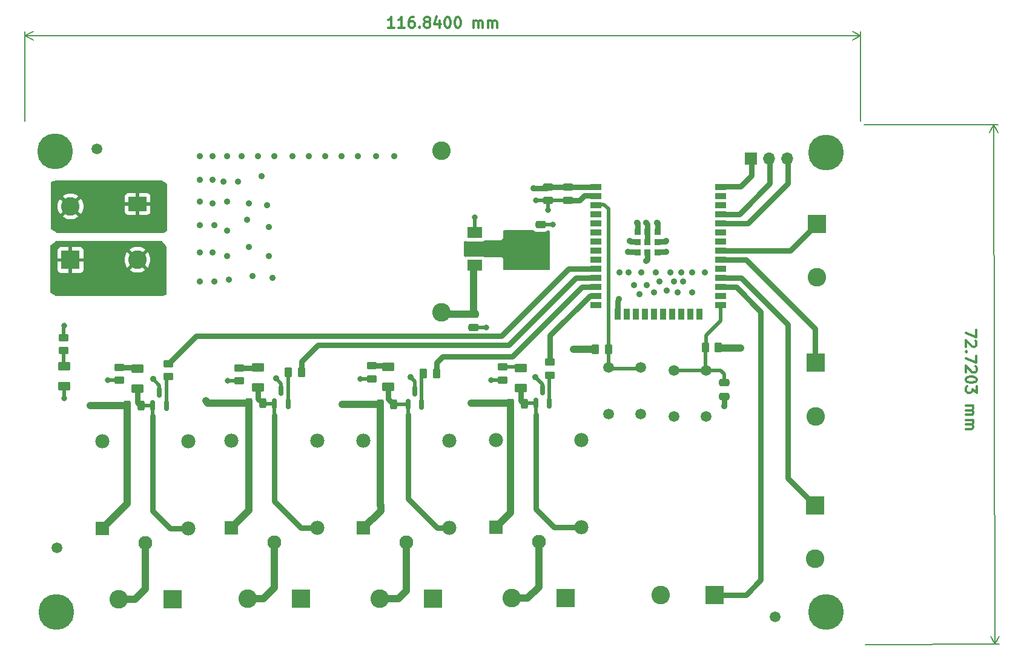
<source format=gbr>
%TF.GenerationSoftware,KiCad,Pcbnew,7.0.8*%
%TF.CreationDate,2024-09-18T17:33:38+05:30*%
%TF.ProjectId,Esp32_relay,45737033-325f-4726-956c-61792e6b6963,rev?*%
%TF.SameCoordinates,Original*%
%TF.FileFunction,Copper,L1,Top*%
%TF.FilePolarity,Positive*%
%FSLAX46Y46*%
G04 Gerber Fmt 4.6, Leading zero omitted, Abs format (unit mm)*
G04 Created by KiCad (PCBNEW 7.0.8) date 2024-09-18 17:33:38*
%MOMM*%
%LPD*%
G01*
G04 APERTURE LIST*
G04 Aperture macros list*
%AMRoundRect*
0 Rectangle with rounded corners*
0 $1 Rounding radius*
0 $2 $3 $4 $5 $6 $7 $8 $9 X,Y pos of 4 corners*
0 Add a 4 corners polygon primitive as box body*
4,1,4,$2,$3,$4,$5,$6,$7,$8,$9,$2,$3,0*
0 Add four circle primitives for the rounded corners*
1,1,$1+$1,$2,$3*
1,1,$1+$1,$4,$5*
1,1,$1+$1,$6,$7*
1,1,$1+$1,$8,$9*
0 Add four rect primitives between the rounded corners*
20,1,$1+$1,$2,$3,$4,$5,0*
20,1,$1+$1,$4,$5,$6,$7,0*
20,1,$1+$1,$6,$7,$8,$9,0*
20,1,$1+$1,$8,$9,$2,$3,0*%
G04 Aperture macros list end*
%ADD10C,0.300000*%
%TA.AperFunction,NonConductor*%
%ADD11C,0.300000*%
%TD*%
%TA.AperFunction,NonConductor*%
%ADD12C,0.200000*%
%TD*%
%TA.AperFunction,SMDPad,CuDef*%
%ADD13RoundRect,0.243750X-0.243750X-0.456250X0.243750X-0.456250X0.243750X0.456250X-0.243750X0.456250X0*%
%TD*%
%TA.AperFunction,SMDPad,CuDef*%
%ADD14RoundRect,0.250000X0.450000X-0.262500X0.450000X0.262500X-0.450000X0.262500X-0.450000X-0.262500X0*%
%TD*%
%TA.AperFunction,SMDPad,CuDef*%
%ADD15RoundRect,0.250000X0.475000X-0.250000X0.475000X0.250000X-0.475000X0.250000X-0.475000X-0.250000X0*%
%TD*%
%TA.AperFunction,SMDPad,CuDef*%
%ADD16C,1.500000*%
%TD*%
%TA.AperFunction,SMDPad,CuDef*%
%ADD17RoundRect,0.250000X-0.475000X0.250000X-0.475000X-0.250000X0.475000X-0.250000X0.475000X0.250000X0*%
%TD*%
%TA.AperFunction,SMDPad,CuDef*%
%ADD18RoundRect,0.150000X0.150000X-0.587500X0.150000X0.587500X-0.150000X0.587500X-0.150000X-0.587500X0*%
%TD*%
%TA.AperFunction,SMDPad,CuDef*%
%ADD19RoundRect,0.250000X-0.450000X0.262500X-0.450000X-0.262500X0.450000X-0.262500X0.450000X0.262500X0*%
%TD*%
%TA.AperFunction,ComponentPad*%
%ADD20R,2.600000X2.000000*%
%TD*%
%TA.AperFunction,ComponentPad*%
%ADD21C,2.600000*%
%TD*%
%TA.AperFunction,ComponentPad*%
%ADD22C,1.500000*%
%TD*%
%TA.AperFunction,SMDPad,CuDef*%
%ADD23RoundRect,0.250000X-0.625000X0.375000X-0.625000X-0.375000X0.625000X-0.375000X0.625000X0.375000X0*%
%TD*%
%TA.AperFunction,ComponentPad*%
%ADD24C,5.000000*%
%TD*%
%TA.AperFunction,ComponentPad*%
%ADD25R,1.980000X1.980000*%
%TD*%
%TA.AperFunction,ComponentPad*%
%ADD26C,1.980000*%
%TD*%
%TA.AperFunction,ComponentPad*%
%ADD27C,1.935000*%
%TD*%
%TA.AperFunction,ComponentPad*%
%ADD28R,2.600000X2.600000*%
%TD*%
%TA.AperFunction,SMDPad,CuDef*%
%ADD29R,1.500000X0.900000*%
%TD*%
%TA.AperFunction,SMDPad,CuDef*%
%ADD30R,0.900000X1.500000*%
%TD*%
%TA.AperFunction,SMDPad,CuDef*%
%ADD31R,0.900000X0.900000*%
%TD*%
%TA.AperFunction,SMDPad,CuDef*%
%ADD32RoundRect,0.250000X0.262500X0.450000X-0.262500X0.450000X-0.262500X-0.450000X0.262500X-0.450000X0*%
%TD*%
%TA.AperFunction,SMDPad,CuDef*%
%ADD33RoundRect,0.250000X-0.262500X-0.450000X0.262500X-0.450000X0.262500X0.450000X-0.262500X0.450000X0*%
%TD*%
%TA.AperFunction,ComponentPad*%
%ADD34R,1.700000X1.700000*%
%TD*%
%TA.AperFunction,ComponentPad*%
%ADD35O,1.700000X1.700000*%
%TD*%
%TA.AperFunction,SMDPad,CuDef*%
%ADD36R,2.000000X1.500000*%
%TD*%
%TA.AperFunction,SMDPad,CuDef*%
%ADD37R,2.000000X3.800000*%
%TD*%
%TA.AperFunction,SMDPad,CuDef*%
%ADD38RoundRect,0.250000X0.625000X-0.375000X0.625000X0.375000X-0.625000X0.375000X-0.625000X-0.375000X0*%
%TD*%
%TA.AperFunction,ViaPad*%
%ADD39C,0.900000*%
%TD*%
%TA.AperFunction,ViaPad*%
%ADD40C,0.800000*%
%TD*%
%TA.AperFunction,Conductor*%
%ADD41C,0.800000*%
%TD*%
%TA.AperFunction,Conductor*%
%ADD42C,0.500000*%
%TD*%
%TA.AperFunction,Conductor*%
%ADD43C,1.000000*%
%TD*%
G04 APERTURE END LIST*
D10*
D11*
X200275645Y-74659577D02*
X200277391Y-75659575D01*
X200277391Y-75659575D02*
X198776271Y-75019339D01*
X200135407Y-76159824D02*
X200206961Y-76231127D01*
X200206961Y-76231127D02*
X200278639Y-76373860D01*
X200278639Y-76373860D02*
X200279262Y-76731002D01*
X200279262Y-76731002D02*
X200208083Y-76873984D01*
X200208083Y-76873984D02*
X200136780Y-76945537D01*
X200136780Y-76945537D02*
X199994047Y-77017215D01*
X199994047Y-77017215D02*
X199851191Y-77017464D01*
X199851191Y-77017464D02*
X199636780Y-76946410D01*
X199636780Y-76946410D02*
X198778142Y-76090765D01*
X198778142Y-76090765D02*
X198779764Y-77019335D01*
X198923743Y-77661942D02*
X198852440Y-77733495D01*
X198852440Y-77733495D02*
X198780886Y-77662191D01*
X198780886Y-77662191D02*
X198852190Y-77590638D01*
X198852190Y-77590638D02*
X198923743Y-77661942D01*
X198923743Y-77661942D02*
X198780886Y-77662191D01*
X200281882Y-78230999D02*
X200283628Y-79230998D01*
X200283628Y-79230998D02*
X198782508Y-78590761D01*
X200141645Y-79731246D02*
X200213198Y-79802550D01*
X200213198Y-79802550D02*
X200284876Y-79945282D01*
X200284876Y-79945282D02*
X200285500Y-80302424D01*
X200285500Y-80302424D02*
X200214321Y-80445406D01*
X200214321Y-80445406D02*
X200143017Y-80516959D01*
X200143017Y-80516959D02*
X200000285Y-80588637D01*
X200000285Y-80588637D02*
X199857428Y-80588887D01*
X199857428Y-80588887D02*
X199643018Y-80517833D01*
X199643018Y-80517833D02*
X198784379Y-79662188D01*
X198784379Y-79662188D02*
X198786001Y-80590758D01*
X200287620Y-81516708D02*
X200287870Y-81659565D01*
X200287870Y-81659565D02*
X200216691Y-81802546D01*
X200216691Y-81802546D02*
X200145387Y-81874100D01*
X200145387Y-81874100D02*
X200002655Y-81945778D01*
X200002655Y-81945778D02*
X199717066Y-82017705D01*
X199717066Y-82017705D02*
X199359923Y-82018329D01*
X199359923Y-82018329D02*
X199074085Y-81947399D01*
X199074085Y-81947399D02*
X198931103Y-81876220D01*
X198931103Y-81876220D02*
X198859550Y-81804917D01*
X198859550Y-81804917D02*
X198787872Y-81662184D01*
X198787872Y-81662184D02*
X198787622Y-81519328D01*
X198787622Y-81519328D02*
X198858801Y-81376346D01*
X198858801Y-81376346D02*
X198930105Y-81304793D01*
X198930105Y-81304793D02*
X199072837Y-81233115D01*
X199072837Y-81233115D02*
X199358426Y-81161187D01*
X199358426Y-81161187D02*
X199715569Y-81160564D01*
X199715569Y-81160564D02*
X200001407Y-81231493D01*
X200001407Y-81231493D02*
X200144389Y-81302672D01*
X200144389Y-81302672D02*
X200215942Y-81373976D01*
X200215942Y-81373976D02*
X200287620Y-81516708D01*
X200289367Y-82516706D02*
X200290988Y-83445276D01*
X200290988Y-83445276D02*
X199718687Y-82946275D01*
X199718687Y-82946275D02*
X199719062Y-83160560D01*
X199719062Y-83160560D02*
X199647883Y-83303542D01*
X199647883Y-83303542D02*
X199576579Y-83375095D01*
X199576579Y-83375095D02*
X199433847Y-83446773D01*
X199433847Y-83446773D02*
X199076704Y-83447397D01*
X199076704Y-83447397D02*
X198933723Y-83376218D01*
X198933723Y-83376218D02*
X198862170Y-83304914D01*
X198862170Y-83304914D02*
X198790492Y-83162182D01*
X198790492Y-83162182D02*
X198789743Y-82733611D01*
X198789743Y-82733611D02*
X198860922Y-82590629D01*
X198860922Y-82590629D02*
X198932226Y-82519076D01*
X198794109Y-85233607D02*
X199794108Y-85231860D01*
X199651251Y-85232110D02*
X199722804Y-85303413D01*
X199722804Y-85303413D02*
X199794482Y-85446146D01*
X199794482Y-85446146D02*
X199794856Y-85660431D01*
X199794856Y-85660431D02*
X199723677Y-85803413D01*
X199723677Y-85803413D02*
X199580945Y-85875091D01*
X199580945Y-85875091D02*
X198795232Y-85876463D01*
X199580945Y-85875091D02*
X199723927Y-85946270D01*
X199723927Y-85946270D02*
X199795605Y-86089002D01*
X199795605Y-86089002D02*
X199795979Y-86303287D01*
X199795979Y-86303287D02*
X199724800Y-86446269D01*
X199724800Y-86446269D02*
X199582068Y-86517947D01*
X199582068Y-86517947D02*
X198796355Y-86519319D01*
X198797602Y-87233604D02*
X199797600Y-87231857D01*
X199654744Y-87232107D02*
X199726297Y-87303410D01*
X199726297Y-87303410D02*
X199797975Y-87446142D01*
X199797975Y-87446142D02*
X199798349Y-87660428D01*
X199798349Y-87660428D02*
X199727170Y-87803410D01*
X199727170Y-87803410D02*
X199584438Y-87875087D01*
X199584438Y-87875087D02*
X198798725Y-87876460D01*
X199584438Y-87875087D02*
X199727419Y-87946266D01*
X199727419Y-87946266D02*
X199799097Y-88088999D01*
X199799097Y-88088999D02*
X199799472Y-88303284D01*
X199799472Y-88303284D02*
X199728293Y-88446266D01*
X199728293Y-88446266D02*
X199585560Y-88517944D01*
X199585560Y-88517944D02*
X198799847Y-88519316D01*
D12*
X184609399Y-45922327D02*
X203299663Y-45889686D01*
X184736399Y-118642527D02*
X203426663Y-118609886D01*
X202713245Y-45890710D02*
X202840245Y-118610910D01*
X202713245Y-45890710D02*
X202840245Y-118610910D01*
X202713245Y-45890710D02*
X203301632Y-47016188D01*
X202713245Y-45890710D02*
X202128793Y-47018236D01*
X202840245Y-118610910D02*
X202251858Y-117485432D01*
X202840245Y-118610910D02*
X203424697Y-117483384D01*
D10*
D11*
X118903687Y-32380928D02*
X118046544Y-32380928D01*
X118475115Y-32380928D02*
X118475115Y-30880928D01*
X118475115Y-30880928D02*
X118332258Y-31095214D01*
X118332258Y-31095214D02*
X118189401Y-31238071D01*
X118189401Y-31238071D02*
X118046544Y-31309500D01*
X120332258Y-32380928D02*
X119475115Y-32380928D01*
X119903686Y-32380928D02*
X119903686Y-30880928D01*
X119903686Y-30880928D02*
X119760829Y-31095214D01*
X119760829Y-31095214D02*
X119617972Y-31238071D01*
X119617972Y-31238071D02*
X119475115Y-31309500D01*
X121617972Y-30880928D02*
X121332257Y-30880928D01*
X121332257Y-30880928D02*
X121189400Y-30952357D01*
X121189400Y-30952357D02*
X121117972Y-31023785D01*
X121117972Y-31023785D02*
X120975114Y-31238071D01*
X120975114Y-31238071D02*
X120903686Y-31523785D01*
X120903686Y-31523785D02*
X120903686Y-32095214D01*
X120903686Y-32095214D02*
X120975114Y-32238071D01*
X120975114Y-32238071D02*
X121046543Y-32309500D01*
X121046543Y-32309500D02*
X121189400Y-32380928D01*
X121189400Y-32380928D02*
X121475114Y-32380928D01*
X121475114Y-32380928D02*
X121617972Y-32309500D01*
X121617972Y-32309500D02*
X121689400Y-32238071D01*
X121689400Y-32238071D02*
X121760829Y-32095214D01*
X121760829Y-32095214D02*
X121760829Y-31738071D01*
X121760829Y-31738071D02*
X121689400Y-31595214D01*
X121689400Y-31595214D02*
X121617972Y-31523785D01*
X121617972Y-31523785D02*
X121475114Y-31452357D01*
X121475114Y-31452357D02*
X121189400Y-31452357D01*
X121189400Y-31452357D02*
X121046543Y-31523785D01*
X121046543Y-31523785D02*
X120975114Y-31595214D01*
X120975114Y-31595214D02*
X120903686Y-31738071D01*
X122403685Y-32238071D02*
X122475114Y-32309500D01*
X122475114Y-32309500D02*
X122403685Y-32380928D01*
X122403685Y-32380928D02*
X122332257Y-32309500D01*
X122332257Y-32309500D02*
X122403685Y-32238071D01*
X122403685Y-32238071D02*
X122403685Y-32380928D01*
X123332257Y-31523785D02*
X123189400Y-31452357D01*
X123189400Y-31452357D02*
X123117971Y-31380928D01*
X123117971Y-31380928D02*
X123046543Y-31238071D01*
X123046543Y-31238071D02*
X123046543Y-31166642D01*
X123046543Y-31166642D02*
X123117971Y-31023785D01*
X123117971Y-31023785D02*
X123189400Y-30952357D01*
X123189400Y-30952357D02*
X123332257Y-30880928D01*
X123332257Y-30880928D02*
X123617971Y-30880928D01*
X123617971Y-30880928D02*
X123760829Y-30952357D01*
X123760829Y-30952357D02*
X123832257Y-31023785D01*
X123832257Y-31023785D02*
X123903686Y-31166642D01*
X123903686Y-31166642D02*
X123903686Y-31238071D01*
X123903686Y-31238071D02*
X123832257Y-31380928D01*
X123832257Y-31380928D02*
X123760829Y-31452357D01*
X123760829Y-31452357D02*
X123617971Y-31523785D01*
X123617971Y-31523785D02*
X123332257Y-31523785D01*
X123332257Y-31523785D02*
X123189400Y-31595214D01*
X123189400Y-31595214D02*
X123117971Y-31666642D01*
X123117971Y-31666642D02*
X123046543Y-31809500D01*
X123046543Y-31809500D02*
X123046543Y-32095214D01*
X123046543Y-32095214D02*
X123117971Y-32238071D01*
X123117971Y-32238071D02*
X123189400Y-32309500D01*
X123189400Y-32309500D02*
X123332257Y-32380928D01*
X123332257Y-32380928D02*
X123617971Y-32380928D01*
X123617971Y-32380928D02*
X123760829Y-32309500D01*
X123760829Y-32309500D02*
X123832257Y-32238071D01*
X123832257Y-32238071D02*
X123903686Y-32095214D01*
X123903686Y-32095214D02*
X123903686Y-31809500D01*
X123903686Y-31809500D02*
X123832257Y-31666642D01*
X123832257Y-31666642D02*
X123760829Y-31595214D01*
X123760829Y-31595214D02*
X123617971Y-31523785D01*
X125189400Y-31380928D02*
X125189400Y-32380928D01*
X124832257Y-30809500D02*
X124475114Y-31880928D01*
X124475114Y-31880928D02*
X125403685Y-31880928D01*
X126260828Y-30880928D02*
X126403685Y-30880928D01*
X126403685Y-30880928D02*
X126546542Y-30952357D01*
X126546542Y-30952357D02*
X126617971Y-31023785D01*
X126617971Y-31023785D02*
X126689399Y-31166642D01*
X126689399Y-31166642D02*
X126760828Y-31452357D01*
X126760828Y-31452357D02*
X126760828Y-31809500D01*
X126760828Y-31809500D02*
X126689399Y-32095214D01*
X126689399Y-32095214D02*
X126617971Y-32238071D01*
X126617971Y-32238071D02*
X126546542Y-32309500D01*
X126546542Y-32309500D02*
X126403685Y-32380928D01*
X126403685Y-32380928D02*
X126260828Y-32380928D01*
X126260828Y-32380928D02*
X126117971Y-32309500D01*
X126117971Y-32309500D02*
X126046542Y-32238071D01*
X126046542Y-32238071D02*
X125975113Y-32095214D01*
X125975113Y-32095214D02*
X125903685Y-31809500D01*
X125903685Y-31809500D02*
X125903685Y-31452357D01*
X125903685Y-31452357D02*
X125975113Y-31166642D01*
X125975113Y-31166642D02*
X126046542Y-31023785D01*
X126046542Y-31023785D02*
X126117971Y-30952357D01*
X126117971Y-30952357D02*
X126260828Y-30880928D01*
X127689399Y-30880928D02*
X127832256Y-30880928D01*
X127832256Y-30880928D02*
X127975113Y-30952357D01*
X127975113Y-30952357D02*
X128046542Y-31023785D01*
X128046542Y-31023785D02*
X128117970Y-31166642D01*
X128117970Y-31166642D02*
X128189399Y-31452357D01*
X128189399Y-31452357D02*
X128189399Y-31809500D01*
X128189399Y-31809500D02*
X128117970Y-32095214D01*
X128117970Y-32095214D02*
X128046542Y-32238071D01*
X128046542Y-32238071D02*
X127975113Y-32309500D01*
X127975113Y-32309500D02*
X127832256Y-32380928D01*
X127832256Y-32380928D02*
X127689399Y-32380928D01*
X127689399Y-32380928D02*
X127546542Y-32309500D01*
X127546542Y-32309500D02*
X127475113Y-32238071D01*
X127475113Y-32238071D02*
X127403684Y-32095214D01*
X127403684Y-32095214D02*
X127332256Y-31809500D01*
X127332256Y-31809500D02*
X127332256Y-31452357D01*
X127332256Y-31452357D02*
X127403684Y-31166642D01*
X127403684Y-31166642D02*
X127475113Y-31023785D01*
X127475113Y-31023785D02*
X127546542Y-30952357D01*
X127546542Y-30952357D02*
X127689399Y-30880928D01*
X129975112Y-32380928D02*
X129975112Y-31380928D01*
X129975112Y-31523785D02*
X130046541Y-31452357D01*
X130046541Y-31452357D02*
X130189398Y-31380928D01*
X130189398Y-31380928D02*
X130403684Y-31380928D01*
X130403684Y-31380928D02*
X130546541Y-31452357D01*
X130546541Y-31452357D02*
X130617970Y-31595214D01*
X130617970Y-31595214D02*
X130617970Y-32380928D01*
X130617970Y-31595214D02*
X130689398Y-31452357D01*
X130689398Y-31452357D02*
X130832255Y-31380928D01*
X130832255Y-31380928D02*
X131046541Y-31380928D01*
X131046541Y-31380928D02*
X131189398Y-31452357D01*
X131189398Y-31452357D02*
X131260827Y-31595214D01*
X131260827Y-31595214D02*
X131260827Y-32380928D01*
X131975112Y-32380928D02*
X131975112Y-31380928D01*
X131975112Y-31523785D02*
X132046541Y-31452357D01*
X132046541Y-31452357D02*
X132189398Y-31380928D01*
X132189398Y-31380928D02*
X132403684Y-31380928D01*
X132403684Y-31380928D02*
X132546541Y-31452357D01*
X132546541Y-31452357D02*
X132617970Y-31595214D01*
X132617970Y-31595214D02*
X132617970Y-32380928D01*
X132617970Y-31595214D02*
X132689398Y-31452357D01*
X132689398Y-31452357D02*
X132832255Y-31380928D01*
X132832255Y-31380928D02*
X133046541Y-31380928D01*
X133046541Y-31380928D02*
X133189398Y-31452357D01*
X133189398Y-31452357D02*
X133260827Y-31595214D01*
X133260827Y-31595214D02*
X133260827Y-32380928D01*
D12*
X67269400Y-45423200D02*
X67269400Y-32916180D01*
X184109400Y-45423200D02*
X184109400Y-32916180D01*
X67269400Y-33502600D02*
X184109400Y-33502600D01*
X67269400Y-33502600D02*
X184109400Y-33502600D01*
X67269400Y-33502600D02*
X68395904Y-32916179D01*
X67269400Y-33502600D02*
X68395904Y-34089021D01*
X184109400Y-33502600D02*
X182982896Y-34089021D01*
X184109400Y-33502600D02*
X182982896Y-32916179D01*
D13*
%TO.P,D8,1,K*%
%TO.N,+5V*%
X135165900Y-84937200D03*
%TO.P,D8,2,A*%
%TO.N,/Relay_4_T*%
X137040900Y-84937200D03*
%TD*%
D14*
%TO.P,R3,1*%
%TO.N,+3.3V*%
X115767200Y-81475900D03*
%TO.P,R3,2*%
%TO.N,/Led_3*%
X115767200Y-79650900D03*
%TD*%
D15*
%TO.P,C1,1*%
%TO.N,GND*%
X165023400Y-83905200D03*
%TO.P,C1,2*%
%TO.N,/RESET*%
X165023400Y-82005200D03*
%TD*%
D16*
%TO.P,FID3,*%
%TO.N,*%
X172120600Y-114731800D03*
%TD*%
D15*
%TO.P,C5,1*%
%TO.N,+3.3V*%
X139329200Y-61808400D03*
%TO.P,C5,2*%
%TO.N,GND*%
X139329200Y-59908400D03*
%TD*%
D17*
%TO.P,C3,1*%
%TO.N,+5V*%
X129956600Y-72430600D03*
%TO.P,C3,2*%
%TO.N,GND*%
X129956600Y-74330600D03*
%TD*%
D18*
%TO.P,Q3,1*%
%TO.N,/Relay_3_T*%
X120802400Y-85062300D03*
%TO.P,Q3,2*%
%TO.N,/Relay_3_R*%
X122702400Y-85062300D03*
%TO.P,Q3,3*%
%TO.N,GND*%
X121752400Y-83187300D03*
%TD*%
D15*
%TO.P,C2,1*%
%TO.N,+3.3V*%
X140421400Y-56525200D03*
%TO.P,C2,2*%
%TO.N,GND*%
X140421400Y-54625200D03*
%TD*%
D19*
%TO.P,R8,1*%
%TO.N,/Relay_4*%
X140650000Y-79150200D03*
%TO.P,R8,2*%
%TO.N,/Relay_4_R*%
X140650000Y-80975200D03*
%TD*%
D20*
%TO.P,PS1,1,AC/L*%
%TO.N,/P_AC*%
X82986900Y-57009200D03*
D21*
%TO.P,PS1,2,AC/N*%
%TO.N,/N_AC*%
X82986900Y-64809200D03*
%TO.P,PS1,3,-Vout*%
%TO.N,GND*%
X125486900Y-49609200D03*
%TO.P,PS1,4,+Vout*%
%TO.N,+5V*%
X125486900Y-72209200D03*
%TD*%
D22*
%TO.P,S1,1,1*%
%TO.N,/RESET*%
X162483400Y-80265200D03*
%TO.P,S1,2,2*%
%TO.N,GND*%
X162483400Y-86765200D03*
%TO.P,S1,3,3*%
%TO.N,/RESET*%
X157983400Y-80265200D03*
%TO.P,S1,4,4*%
%TO.N,GND*%
X157983400Y-86765200D03*
%TD*%
D18*
%TO.P,Q4,1*%
%TO.N,/Relay_4_T*%
X138658600Y-84909900D03*
%TO.P,Q4,2*%
%TO.N,/Relay_4_R*%
X140558600Y-84909900D03*
%TO.P,Q4,3*%
%TO.N,GND*%
X139608600Y-83034900D03*
%TD*%
D23*
%TO.P,D2,1,K*%
%TO.N,/Relay_2_T*%
X99857600Y-79905400D03*
%TO.P,D2,2,A*%
%TO.N,/Led_2*%
X99857600Y-82705400D03*
%TD*%
D15*
%TO.P,C4,1*%
%TO.N,+3.3V*%
X143215400Y-56525200D03*
%TO.P,C4,2*%
%TO.N,GND*%
X143215400Y-54625200D03*
%TD*%
D19*
%TO.P,R11,1*%
%TO.N,+3.3V*%
X72679600Y-75693900D03*
%TO.P,R11,2*%
%TO.N,Net-(D9-A)*%
X72679600Y-77518900D03*
%TD*%
D24*
%TO.P,H2,1,1*%
%TO.N,GND*%
X71612800Y-114071400D03*
%TD*%
D25*
%TO.P,K4,A1*%
%TO.N,+5V*%
X133075200Y-102267000D03*
D26*
%TO.P,K4,A2*%
%TO.N,/Relay_4_T*%
X145075200Y-102267000D03*
D27*
%TO.P,K4,COM*%
%TO.N,/COM_4*%
X139075200Y-104267000D03*
D26*
%TO.P,K4,NC*%
%TO.N,unconnected-(K4-PadNC)*%
X133075200Y-90067000D03*
%TO.P,K4,NO*%
%TO.N,/NO_4*%
X145075200Y-90067000D03*
%TD*%
D25*
%TO.P,K3,A1*%
%TO.N,+5V*%
X114578400Y-102344600D03*
D26*
%TO.P,K3,A2*%
%TO.N,/Relay_3_T*%
X126578400Y-102344600D03*
D27*
%TO.P,K3,COM*%
%TO.N,/COM_3*%
X120578400Y-104344600D03*
D26*
%TO.P,K3,NC*%
%TO.N,unconnected-(K3-PadNC)*%
X114578400Y-90144600D03*
%TO.P,K3,NO*%
%TO.N,/NO_3*%
X126578400Y-90144600D03*
%TD*%
D28*
%TO.P,J8,1,Pin_1*%
%TO.N,/Switch_1*%
X163662400Y-111709200D03*
D21*
%TO.P,J8,2,Pin_2*%
%TO.N,GND*%
X156162400Y-111709200D03*
%TD*%
D29*
%TO.P,IC1,1,GND_1*%
%TO.N,GND*%
X147051400Y-54633200D03*
%TO.P,IC1,2,3V3*%
%TO.N,+3.3V*%
X147051400Y-55903200D03*
%TO.P,IC1,3,EN*%
%TO.N,/EN*%
X147051400Y-57173200D03*
%TO.P,IC1,4,SENSOR_VP*%
%TO.N,unconnected-(IC1-SENSOR_VP-Pad4)*%
X147051400Y-58443200D03*
%TO.P,IC1,5,SENSOR_VN*%
%TO.N,unconnected-(IC1-SENSOR_VN-Pad5)*%
X147051400Y-59713200D03*
%TO.P,IC1,6,IO34*%
%TO.N,unconnected-(IC1-IO34-Pad6)*%
X147051400Y-60983200D03*
%TO.P,IC1,7,IO35*%
%TO.N,unconnected-(IC1-IO35-Pad7)*%
X147051400Y-62253200D03*
%TO.P,IC1,8,IO32*%
%TO.N,unconnected-(IC1-IO32-Pad8)*%
X147051400Y-63523200D03*
%TO.P,IC1,9,IO33*%
%TO.N,unconnected-(IC1-IO33-Pad9)*%
X147051400Y-64793200D03*
%TO.P,IC1,10,IO25*%
%TO.N,/Relay_1*%
X147051400Y-66063200D03*
%TO.P,IC1,11,IO26*%
%TO.N,/Relay_2*%
X147051400Y-67333200D03*
%TO.P,IC1,12,IO27*%
%TO.N,/Relay_3*%
X147051400Y-68603200D03*
%TO.P,IC1,13,IO14*%
%TO.N,/Relay_4*%
X147051400Y-69873200D03*
%TO.P,IC1,14,IO12*%
%TO.N,unconnected-(IC1-IO12-Pad14)*%
X147051400Y-71143200D03*
D30*
%TO.P,IC1,15,GND_2*%
%TO.N,GND*%
X150086400Y-72393200D03*
%TO.P,IC1,16,IO13*%
%TO.N,unconnected-(IC1-IO13-Pad16)*%
X151356400Y-72393200D03*
%TO.P,IC1,17,NC_1*%
%TO.N,unconnected-(IC1-NC_1-Pad17)*%
X152626400Y-72393200D03*
%TO.P,IC1,18,NC_2*%
%TO.N,unconnected-(IC1-NC_2-Pad18)*%
X153896400Y-72393200D03*
%TO.P,IC1,19,NC_3*%
%TO.N,unconnected-(IC1-NC_3-Pad19)*%
X155166400Y-72393200D03*
%TO.P,IC1,20,NC_4*%
%TO.N,unconnected-(IC1-NC_4-Pad20)*%
X156436400Y-72393200D03*
%TO.P,IC1,21,NC_5*%
%TO.N,unconnected-(IC1-NC_5-Pad21)*%
X157706400Y-72393200D03*
%TO.P,IC1,22,NC_6*%
%TO.N,unconnected-(IC1-NC_6-Pad22)*%
X158976400Y-72393200D03*
%TO.P,IC1,23,IO15*%
%TO.N,unconnected-(IC1-IO15-Pad23)*%
X160246400Y-72393200D03*
%TO.P,IC1,24,IO2*%
%TO.N,unconnected-(IC1-IO2-Pad24)*%
X161516400Y-72393200D03*
D29*
%TO.P,IC1,25,IO0*%
%TO.N,/RESET*%
X164551400Y-71143200D03*
%TO.P,IC1,26,IO4*%
%TO.N,unconnected-(IC1-IO4-Pad26)*%
X164551400Y-69873200D03*
%TO.P,IC1,27,IO16*%
%TO.N,/Switch_1*%
X164551400Y-68603200D03*
%TO.P,IC1,28,IO17*%
%TO.N,/Switch_2*%
X164551400Y-67333200D03*
%TO.P,IC1,29,IO5*%
%TO.N,unconnected-(IC1-IO5-Pad29)*%
X164551400Y-66063200D03*
%TO.P,IC1,30,IO18*%
%TO.N,/Switch_3*%
X164551400Y-64793200D03*
%TO.P,IC1,31,IO19*%
%TO.N,/Switch_4*%
X164551400Y-63523200D03*
%TO.P,IC1,32,NC_7*%
%TO.N,unconnected-(IC1-NC_7-Pad32)*%
X164551400Y-62253200D03*
%TO.P,IC1,33,IO21*%
%TO.N,unconnected-(IC1-IO21-Pad33)*%
X164551400Y-60983200D03*
%TO.P,IC1,34,RXD0*%
%TO.N,/Rx*%
X164551400Y-59713200D03*
%TO.P,IC1,35,TXD0*%
%TO.N,/Tx*%
X164551400Y-58443200D03*
%TO.P,IC1,36,IO22*%
%TO.N,unconnected-(IC1-IO22-Pad36)*%
X164551400Y-57173200D03*
%TO.P,IC1,37,IO23*%
%TO.N,unconnected-(IC1-IO23-Pad37)*%
X164551400Y-55903200D03*
%TO.P,IC1,38,GND_3*%
%TO.N,GND*%
X164551400Y-54633200D03*
D31*
%TO.P,IC1,39,GND_4*%
X152901400Y-60953200D03*
%TO.P,IC1,40,GND_5*%
X152901400Y-62353200D03*
%TO.P,IC1,41,GND_6*%
X152901400Y-63753200D03*
%TO.P,IC1,42,GND_7*%
X154301400Y-63753200D03*
%TO.P,IC1,43,GND_8*%
X155701400Y-63753200D03*
%TO.P,IC1,44,GND_9*%
X155701400Y-62353200D03*
%TO.P,IC1,45,GND_10*%
X155701400Y-60953200D03*
%TO.P,IC1,46,GND_11*%
X154301400Y-60953200D03*
%TO.P,IC1,47,GND_12*%
X154301400Y-62353200D03*
%TD*%
D28*
%TO.P,J9,1,Pin_1*%
%TO.N,/Switch_2*%
X177759400Y-99161600D03*
D21*
%TO.P,J9,2,Pin_2*%
%TO.N,GND*%
X177759400Y-106661600D03*
%TD*%
D14*
%TO.P,R2,1*%
%TO.N,+3.3V*%
X97216000Y-81760700D03*
%TO.P,R2,2*%
%TO.N,/Led_2*%
X97216000Y-79935700D03*
%TD*%
D18*
%TO.P,Q2,1*%
%TO.N,/Relay_2_T*%
X102133400Y-84935300D03*
%TO.P,Q2,2*%
%TO.N,/Relay_2_R*%
X104033400Y-84935300D03*
%TO.P,Q2,3*%
%TO.N,GND*%
X103083400Y-83060300D03*
%TD*%
D32*
%TO.P,R9,1*%
%TO.N,+3.3V*%
X164206900Y-77055000D03*
%TO.P,R9,2*%
%TO.N,/RESET*%
X162381900Y-77055000D03*
%TD*%
D25*
%TO.P,K2,A1*%
%TO.N,+5V*%
X96118200Y-102317800D03*
D26*
%TO.P,K2,A2*%
%TO.N,/Relay_2_T*%
X108118200Y-102317800D03*
D27*
%TO.P,K2,COM*%
%TO.N,/COM_2*%
X102118200Y-104317800D03*
D26*
%TO.P,K2,NC*%
%TO.N,unconnected-(K2-PadNC)*%
X96118200Y-90117800D03*
%TO.P,K2,NO*%
%TO.N,/NO_2*%
X108118200Y-90117800D03*
%TD*%
D24*
%TO.P,H4,1,1*%
%TO.N,GND*%
X179232600Y-114071400D03*
%TD*%
D16*
%TO.P,FID1,*%
%TO.N,*%
X77302400Y-49352200D03*
%TD*%
D24*
%TO.P,H1,1,1*%
%TO.N,GND*%
X71435000Y-49631600D03*
%TD*%
D28*
%TO.P,J2,1,Pin_1*%
%TO.N,/NO_1*%
X87854000Y-112306600D03*
D21*
%TO.P,J2,2,Pin_2*%
%TO.N,/COM_1*%
X80354000Y-112306600D03*
%TD*%
D18*
%TO.P,Q1,1*%
%TO.N,/Relay_1_T*%
X85111000Y-85187000D03*
%TO.P,Q1,2*%
%TO.N,/Relay_1_R*%
X87011000Y-85187000D03*
%TO.P,Q1,3*%
%TO.N,GND*%
X86061000Y-83312000D03*
%TD*%
D13*
%TO.P,D5,1,K*%
%TO.N,+5V*%
X81571900Y-85226200D03*
%TO.P,D5,2,A*%
%TO.N,/Relay_1_T*%
X83446900Y-85226200D03*
%TD*%
D14*
%TO.P,R1,1*%
%TO.N,+3.3V*%
X80477400Y-81670200D03*
%TO.P,R1,2*%
%TO.N,/Led_1*%
X80477400Y-79845200D03*
%TD*%
D13*
%TO.P,D7,1,K*%
%TO.N,+5V*%
X116912500Y-85005400D03*
%TO.P,D7,2,A*%
%TO.N,/Relay_3_T*%
X118787500Y-85005400D03*
%TD*%
D28*
%TO.P,J1,1,Pin_1*%
%TO.N,/N_AC*%
X73619400Y-64853200D03*
D21*
%TO.P,J1,2,Pin_2*%
%TO.N,/P_AC*%
X73619400Y-57353200D03*
%TD*%
D23*
%TO.P,D3,1,K*%
%TO.N,/Relay_3_T*%
X118053200Y-79795400D03*
%TO.P,D3,2,A*%
%TO.N,/Led_3*%
X118053200Y-82595400D03*
%TD*%
D28*
%TO.P,J3,1,Pin_1*%
%TO.N,/NO_2*%
X105868200Y-112219800D03*
D21*
%TO.P,J3,2,Pin_2*%
%TO.N,/COM_2*%
X98368200Y-112219800D03*
%TD*%
D28*
%TO.P,J7,1,Pin_1*%
%TO.N,/Switch_3*%
X177810200Y-79222600D03*
D21*
%TO.P,J7,2,Pin_2*%
%TO.N,GND*%
X177810200Y-86722600D03*
%TD*%
D23*
%TO.P,D1,1,K*%
%TO.N,/Led_1*%
X83017400Y-80016200D03*
%TO.P,D1,2,A*%
%TO.N,/Relay_1_T*%
X83017400Y-82816200D03*
%TD*%
D13*
%TO.P,D6,1,K*%
%TO.N,+5V*%
X98589900Y-84861400D03*
%TO.P,D6,2,A*%
%TO.N,/Relay_2_T*%
X100464900Y-84861400D03*
%TD*%
D24*
%TO.P,H3,1,1*%
%TO.N,GND*%
X179283400Y-49834800D03*
%TD*%
D32*
%TO.P,R7,1*%
%TO.N,/Relay_3*%
X124807700Y-80687400D03*
%TO.P,R7,2*%
%TO.N,/Relay_3_R*%
X122982700Y-80687400D03*
%TD*%
D28*
%TO.P,J5,1,Pin_1*%
%TO.N,/NO_4*%
X142825200Y-112169000D03*
D21*
%TO.P,J5,2,Pin_2*%
%TO.N,/COM_4*%
X135325200Y-112169000D03*
%TD*%
D14*
%TO.P,R5,1*%
%TO.N,/Relay_1_R*%
X87335400Y-81162200D03*
%TO.P,R5,2*%
%TO.N,/Relay_1*%
X87335400Y-79337200D03*
%TD*%
D33*
%TO.P,R10,1*%
%TO.N,+3.3V*%
X147002400Y-77361000D03*
%TO.P,R10,2*%
%TO.N,/EN*%
X148827400Y-77361000D03*
%TD*%
D34*
%TO.P,J6,1,Pin_1*%
%TO.N,GND*%
X168717000Y-50647600D03*
D35*
%TO.P,J6,2,Pin_2*%
%TO.N,/Tx*%
X171257000Y-50647600D03*
%TO.P,J6,3,Pin_3*%
%TO.N,/Rx*%
X173797000Y-50647600D03*
%TD*%
D28*
%TO.P,J10,1,Pin_1*%
%TO.N,/Switch_4*%
X177962600Y-59800800D03*
D21*
%TO.P,J10,2,Pin_2*%
%TO.N,GND*%
X177962600Y-67300800D03*
%TD*%
D36*
%TO.P,U1,1,GND*%
%TO.N,GND*%
X130159400Y-60996800D03*
%TO.P,U1,2,VO*%
%TO.N,+3.3V*%
X130159400Y-63296800D03*
D37*
X136459400Y-63296800D03*
D36*
%TO.P,U1,3,VI*%
%TO.N,+5V*%
X130159400Y-65596800D03*
%TD*%
D38*
%TO.P,D9,1,K*%
%TO.N,GND*%
X72705000Y-82532500D03*
%TO.P,D9,2,A*%
%TO.N,Net-(D9-A)*%
X72705000Y-79732500D03*
%TD*%
D23*
%TO.P,D4,1,K*%
%TO.N,/Relay_4_T*%
X136611400Y-79981200D03*
%TO.P,D4,2,A*%
%TO.N,/Led_4*%
X136611400Y-82781200D03*
%TD*%
D32*
%TO.P,R6,1*%
%TO.N,/Relay_2*%
X105926300Y-80518000D03*
%TO.P,R6,2*%
%TO.N,/Relay_2_R*%
X104101300Y-80518000D03*
%TD*%
D25*
%TO.P,K1,A1*%
%TO.N,+5V*%
X78104000Y-102400600D03*
D26*
%TO.P,K1,A2*%
%TO.N,/Relay_1_T*%
X90104000Y-102400600D03*
D27*
%TO.P,K1,COM*%
%TO.N,/COM_1*%
X84104000Y-104400600D03*
D26*
%TO.P,K1,NC*%
%TO.N,unconnected-(K1-PadNC)*%
X78104000Y-90200600D03*
%TO.P,K1,NO*%
%TO.N,/NO_1*%
X90104000Y-90200600D03*
%TD*%
D16*
%TO.P,FID2,*%
%TO.N,*%
X71714400Y-105079800D03*
%TD*%
D28*
%TO.P,J4,1,Pin_1*%
%TO.N,/NO_3*%
X124328400Y-112246600D03*
D21*
%TO.P,J4,2,Pin_2*%
%TO.N,/COM_3*%
X116828400Y-112246600D03*
%TD*%
D22*
%TO.P,S2,1,1*%
%TO.N,/EN*%
X153354200Y-79910800D03*
%TO.P,S2,2,2*%
%TO.N,GND*%
X153354200Y-86410800D03*
%TO.P,S2,3,3*%
%TO.N,/EN*%
X148854200Y-79910800D03*
%TO.P,S2,4,4*%
%TO.N,GND*%
X148854200Y-86410800D03*
%TD*%
D14*
%TO.P,R4,1*%
%TO.N,+3.3V*%
X134071400Y-81661700D03*
%TO.P,R4,2*%
%TO.N,/Led_4*%
X134071400Y-79836700D03*
%TD*%
D39*
%TO.N,GND*%
X104648000Y-50292000D03*
X101854000Y-67310000D03*
X106934000Y-50292000D03*
X85151000Y-81508600D03*
X94996000Y-53848000D03*
X153162000Y-69596000D03*
X151638000Y-66548000D03*
X93472000Y-56896000D03*
X155194000Y-69342000D03*
X109220000Y-50292000D03*
X98552000Y-62992000D03*
X138389400Y-54813200D03*
X102108000Y-50292000D03*
X150368000Y-66548000D03*
X95758000Y-67564000D03*
X91694000Y-59944000D03*
X93472000Y-50292000D03*
X151851400Y-62179200D03*
X151597400Y-63703200D03*
X95504000Y-60706000D03*
X101346000Y-64262000D03*
D40*
X72730400Y-84226400D03*
D39*
X93472000Y-63754000D03*
X101092000Y-57150000D03*
X154137400Y-64973200D03*
X138567200Y-81203800D03*
X121142800Y-81229200D03*
X118872000Y-50292000D03*
X153416000Y-66548000D03*
D40*
X130159800Y-58877200D03*
D39*
X113792000Y-50292000D03*
X111506000Y-50292000D03*
X156931400Y-63703200D03*
X155448000Y-66548000D03*
X95504000Y-56642000D03*
X93726000Y-67818000D03*
X154178000Y-68326000D03*
X162306000Y-66548000D03*
X91694000Y-67818000D03*
X159004000Y-66548000D03*
X101346000Y-60198000D03*
X97536000Y-50292000D03*
D40*
X141081800Y-59893200D03*
D39*
X159258000Y-67818000D03*
X160528000Y-66548000D03*
X91694000Y-53594000D03*
X157988000Y-67818000D03*
X102346800Y-81432400D03*
X91694000Y-56642000D03*
X116332000Y-50292000D03*
X97028000Y-53848000D03*
D40*
X131785400Y-74320400D03*
D39*
X156972000Y-69088000D03*
X152867400Y-59639200D03*
X93726000Y-59944000D03*
X155661400Y-59639200D03*
X150327400Y-70307200D03*
X93472000Y-53594000D03*
X157480000Y-66548000D03*
X156931400Y-62179200D03*
X100330000Y-53086000D03*
X158496000Y-69342000D03*
X95504000Y-50292000D03*
X95504000Y-64262000D03*
X165059400Y-85293200D03*
X91694000Y-50292000D03*
X99822000Y-50292000D03*
X155956000Y-67818000D03*
X99060000Y-67056000D03*
X152400000Y-68326000D03*
X91694000Y-63754000D03*
X154137400Y-59639200D03*
X160528000Y-69342000D03*
X98298000Y-59182000D03*
X98552000Y-56896000D03*
D40*
%TO.N,+3.3V*%
X132395000Y-81661000D03*
X138668800Y-56489600D03*
X139176800Y-65684400D03*
X72730400Y-74015600D03*
D39*
X143919200Y-77361000D03*
D40*
X140370600Y-57861200D03*
X114107000Y-81483200D03*
X138440200Y-63246000D03*
D39*
X167345400Y-77165200D03*
D40*
X139710200Y-63296800D03*
X78826400Y-81635600D03*
X138516400Y-64592200D03*
X139786400Y-64541400D03*
X95590400Y-81762600D03*
D39*
%TO.N,+5V*%
X76413400Y-85217000D03*
X111567000Y-85013800D03*
X129651800Y-84836000D03*
X92542400Y-84556600D03*
%TD*%
D41*
%TO.N,GND*%
X150086400Y-72319200D02*
X150086400Y-70548200D01*
D42*
X139329200Y-59908400D02*
X141066600Y-59908400D01*
D41*
X151951400Y-62279200D02*
X151851400Y-62179200D01*
X154301400Y-60879200D02*
X154301400Y-59803200D01*
X154301400Y-64809200D02*
X154137400Y-64973200D01*
X155701400Y-62279200D02*
X156831400Y-62279200D01*
X154301400Y-63679200D02*
X154301400Y-64809200D01*
X140233400Y-54813200D02*
X140421400Y-54625200D01*
X155701400Y-63679200D02*
X156907400Y-63679200D01*
X152901400Y-62279200D02*
X151951400Y-62279200D01*
X152901400Y-59673200D02*
X152867400Y-59639200D01*
X152901400Y-60879200D02*
X152901400Y-59673200D01*
X154301400Y-59803200D02*
X154137400Y-59639200D01*
D42*
X139608600Y-82245200D02*
X138567200Y-81203800D01*
X131775200Y-74330600D02*
X131785400Y-74320400D01*
D41*
X143215400Y-54625200D02*
X146985400Y-54625200D01*
D42*
X72705000Y-82532500D02*
X72705000Y-84201000D01*
D41*
X164551400Y-54559200D02*
X167345400Y-54559200D01*
D42*
X121752400Y-81838800D02*
X121142800Y-81229200D01*
D41*
X138389400Y-54813200D02*
X140233400Y-54813200D01*
X155701400Y-60879200D02*
X155701400Y-59679200D01*
D42*
X72705000Y-84201000D02*
X72730400Y-84226400D01*
X130159400Y-58877600D02*
X130159800Y-58877200D01*
D41*
X168869400Y-53035200D02*
X168869400Y-50800000D01*
D42*
X130159400Y-60996800D02*
X130159400Y-58877600D01*
D41*
X151621400Y-63679200D02*
X151597400Y-63703200D01*
X150086400Y-70548200D02*
X150327400Y-70307200D01*
X155701400Y-59679200D02*
X155661400Y-59639200D01*
X152901400Y-63679200D02*
X151621400Y-63679200D01*
X165023400Y-83905200D02*
X165023400Y-85257200D01*
D42*
X86061000Y-83312000D02*
X86061000Y-82418600D01*
D41*
X168869400Y-50800000D02*
X168717000Y-50647600D01*
D42*
X103083400Y-83060300D02*
X103083400Y-82169000D01*
D41*
X167345400Y-54559200D02*
X168869400Y-53035200D01*
X156907400Y-63679200D02*
X156931400Y-63703200D01*
X154301400Y-62279200D02*
X154301400Y-60879200D01*
X146985400Y-54625200D02*
X147051400Y-54559200D01*
X156831400Y-62279200D02*
X156931400Y-62179200D01*
D42*
X103083400Y-82169000D02*
X102346800Y-81432400D01*
D41*
X140421400Y-54625200D02*
X143215400Y-54625200D01*
X165023400Y-85257200D02*
X165059400Y-85293200D01*
D42*
X86061000Y-82418600D02*
X85151000Y-81508600D01*
X129956600Y-74330600D02*
X131775200Y-74330600D01*
X139608600Y-83034900D02*
X139608600Y-82245200D01*
X121752400Y-83187300D02*
X121752400Y-81838800D01*
X141066600Y-59908400D02*
X141081800Y-59893200D01*
%TO.N,/RESET*%
X157983400Y-80265200D02*
X162483400Y-80265200D01*
X164551400Y-71069200D02*
X164551400Y-73355200D01*
X164551400Y-73355200D02*
X162519400Y-75387200D01*
X162519400Y-76917500D02*
X162381900Y-77055000D01*
X162381900Y-77055000D02*
X162381900Y-80163700D01*
X164472600Y-80265200D02*
X165023400Y-80816000D01*
X162381900Y-80163700D02*
X162483400Y-80265200D01*
X162519400Y-75387200D02*
X162519400Y-76917500D01*
X165023400Y-80816000D02*
X165023400Y-82005200D01*
X162483400Y-80265200D02*
X164472600Y-80265200D01*
%TO.N,+3.3V*%
X134071400Y-81661700D02*
X132395700Y-81661700D01*
X140421400Y-57810400D02*
X140370600Y-57861200D01*
X114114300Y-81475900D02*
X114107000Y-81483200D01*
D43*
X164317100Y-77165200D02*
X164206900Y-77055000D01*
D42*
X138704400Y-56525200D02*
X138668800Y-56489600D01*
X140421400Y-56525200D02*
X138704400Y-56525200D01*
D41*
X144805400Y-56525200D02*
X143215400Y-56525200D01*
D42*
X95592300Y-81760700D02*
X95590400Y-81762600D01*
X140421400Y-56525200D02*
X143215400Y-56525200D01*
X72679600Y-75693900D02*
X72679600Y-74066400D01*
X80477400Y-81670200D02*
X78861000Y-81670200D01*
X140421400Y-56525200D02*
X140421400Y-57810400D01*
X132395700Y-81661700D02*
X132395000Y-81661000D01*
D43*
X143919200Y-77361000D02*
X147002400Y-77361000D01*
D41*
X147051400Y-55829200D02*
X145501400Y-55829200D01*
D42*
X97216000Y-81760700D02*
X95592300Y-81760700D01*
D41*
X145501400Y-55829200D02*
X144805400Y-56525200D01*
D42*
X72679600Y-74066400D02*
X72730400Y-74015600D01*
X78861000Y-81670200D02*
X78826400Y-81635600D01*
X115767200Y-81475900D02*
X114114300Y-81475900D01*
D43*
X167345400Y-77165200D02*
X164317100Y-77165200D01*
%TO.N,+5V*%
X129956600Y-66155200D02*
X130540400Y-65571400D01*
X98564500Y-84836000D02*
X98589900Y-84861400D01*
X116951800Y-99150100D02*
X116988700Y-99187000D01*
X116988700Y-99187000D02*
X116988700Y-99934300D01*
X135140900Y-84912200D02*
X135165900Y-84937200D01*
X135165900Y-100176300D02*
X133075200Y-102267000D01*
X76413400Y-85217000D02*
X81562700Y-85217000D01*
X92542400Y-84556600D02*
X92821800Y-84836000D01*
X135165900Y-99820700D02*
X135165900Y-100176300D01*
X125486900Y-72463200D02*
X125486900Y-72209200D01*
X98536800Y-84914500D02*
X98536800Y-99899200D01*
X98589900Y-84861400D02*
X98536800Y-84914500D01*
X116988700Y-99934300D02*
X114578400Y-102344600D01*
X116951800Y-85044700D02*
X116951800Y-99150100D01*
X116904100Y-85013800D02*
X116912500Y-85005400D01*
X125708300Y-72430600D02*
X129956600Y-72430600D01*
X135165900Y-84937200D02*
X135165900Y-99820700D01*
X98536800Y-99899200D02*
X96118200Y-102317800D01*
X111567000Y-85013800D02*
X116904100Y-85013800D01*
X81571900Y-85226200D02*
X81571900Y-98791500D01*
X81562700Y-85217000D02*
X81571900Y-85226200D01*
X129956600Y-72430600D02*
X129956600Y-66155200D01*
X129728000Y-84912200D02*
X135140900Y-84912200D01*
X125486900Y-72209200D02*
X125708300Y-72430600D01*
X116912500Y-85005400D02*
X116951800Y-85044700D01*
X81571900Y-98932700D02*
X78104000Y-102400600D01*
X92821800Y-84836000D02*
X98564500Y-84836000D01*
X129651800Y-84836000D02*
X129728000Y-84912200D01*
D42*
%TO.N,/Relay_1_T*%
X83486100Y-85187000D02*
X83446900Y-85226200D01*
X85111000Y-86614000D02*
X85111000Y-85187000D01*
X85111000Y-85187000D02*
X83486100Y-85187000D01*
D41*
X83017400Y-84796700D02*
X83446900Y-85226200D01*
X85111000Y-86614000D02*
X85111000Y-99947600D01*
X83017400Y-82816200D02*
X83017400Y-84796700D01*
X85111000Y-99947600D02*
X87564000Y-102400600D01*
X87564000Y-102400600D02*
X90104000Y-102400600D01*
D42*
%TO.N,/Relay_2_T*%
X100538800Y-84935300D02*
X100464900Y-84861400D01*
D41*
X105832200Y-102317800D02*
X108118200Y-102317800D01*
D42*
X102133400Y-84935300D02*
X100538800Y-84935300D01*
D41*
X99857600Y-82705400D02*
X99857600Y-84254100D01*
X99857600Y-84254100D02*
X100464900Y-84861400D01*
X102143600Y-86578400D02*
X102143600Y-98629200D01*
D42*
X102133400Y-86680000D02*
X102133400Y-85079800D01*
D41*
X102143600Y-98629200D02*
X105832200Y-102317800D01*
D42*
X102133400Y-86680000D02*
X102133400Y-84935300D01*
D41*
%TO.N,/Relay_3_T*%
X124928400Y-102344600D02*
X126578400Y-102344600D01*
X118053200Y-82595400D02*
X118053200Y-84271100D01*
X120802400Y-86497200D02*
X120838000Y-86532800D01*
X118053200Y-84271100D02*
X118787500Y-85005400D01*
X120838000Y-98254200D02*
X124928400Y-102344600D01*
D42*
X118844400Y-85062300D02*
X118787500Y-85005400D01*
X120802400Y-85062300D02*
X118844400Y-85062300D01*
D41*
X120838000Y-86532800D02*
X120838000Y-98254200D01*
D42*
X120802400Y-85062300D02*
X120802400Y-86497200D01*
D41*
%TO.N,/Relay_4_T*%
X141265200Y-102267000D02*
X145075200Y-102267000D01*
X136611400Y-84507700D02*
X137040900Y-84937200D01*
D42*
X138658600Y-84909900D02*
X137068200Y-84909900D01*
X137068200Y-84909900D02*
X137040900Y-84937200D01*
D41*
X138658600Y-86461600D02*
X138658600Y-99660400D01*
X138658600Y-99660400D02*
X141265200Y-102267000D01*
D42*
X138658600Y-86461600D02*
X138658600Y-84909900D01*
D41*
X136611400Y-82781200D02*
X136611400Y-84507700D01*
D42*
%TO.N,/EN*%
X148193800Y-57099200D02*
X148827400Y-57732800D01*
X148780400Y-77314000D02*
X148827400Y-77361000D01*
X148752600Y-80063200D02*
X153252600Y-80063200D01*
X148827400Y-77361000D02*
X148827400Y-79988400D01*
X147051400Y-57099200D02*
X148193800Y-57099200D01*
X148827400Y-79988400D02*
X148752600Y-80063200D01*
X148827400Y-57732800D02*
X148827400Y-77361000D01*
D41*
%TO.N,/Relay_3*%
X145148000Y-68603200D02*
X135417600Y-78333600D01*
X135417600Y-78333600D02*
X125664000Y-78333600D01*
X125664000Y-78333600D02*
X124807700Y-79189900D01*
X147051400Y-68603200D02*
X145148000Y-68603200D01*
X124807700Y-79189900D02*
X124807700Y-80687400D01*
%TO.N,/Relay_4*%
X140650000Y-75425360D02*
X140650000Y-79150200D01*
X146202160Y-69873200D02*
X140650000Y-75425360D01*
X147051400Y-69873200D02*
X146202160Y-69873200D01*
%TO.N,/Relay_1*%
X91192000Y-75480600D02*
X87335400Y-79337200D01*
X143282659Y-66063200D02*
X133865259Y-75480600D01*
X147051400Y-66063200D02*
X143282659Y-66063200D01*
X133865259Y-75480600D02*
X91192000Y-75480600D01*
%TO.N,/Relay_2*%
X147051400Y-67333200D02*
X144288890Y-67333200D01*
X108214200Y-76733400D02*
X105926300Y-79021300D01*
X105926300Y-79021300D02*
X105926300Y-80518000D01*
X144288890Y-67333200D02*
X134888690Y-76733400D01*
X134888690Y-76733400D02*
X108214200Y-76733400D01*
%TO.N,/Switch_1*%
X168040400Y-111709200D02*
X163662400Y-111709200D01*
X170139400Y-72059800D02*
X170139400Y-109610200D01*
X166682800Y-68603200D02*
X170139400Y-72059800D01*
X164551400Y-68603200D02*
X166682800Y-68603200D01*
X170139400Y-109610200D02*
X168040400Y-111709200D01*
%TO.N,/Switch_2*%
X173949400Y-73863200D02*
X173949400Y-95351600D01*
X173949400Y-95351600D02*
X177759400Y-99161600D01*
X164551400Y-67333200D02*
X167419400Y-67333200D01*
X167419400Y-67333200D02*
X173949400Y-73863200D01*
%TO.N,/Switch_3*%
X177759400Y-79171800D02*
X177810200Y-79222600D01*
X177759400Y-74498200D02*
X177759400Y-79171800D01*
X164551400Y-64793200D02*
X168054400Y-64793200D01*
X168054400Y-64793200D02*
X177759400Y-74498200D01*
%TO.N,/Switch_4*%
X174240200Y-63523200D02*
X177962600Y-59800800D01*
X164551400Y-63523200D02*
X174240200Y-63523200D01*
%TO.N,/Rx*%
X173949400Y-54178200D02*
X173949400Y-50800000D01*
X164551400Y-59713200D02*
X164551400Y-59766200D01*
X164551400Y-59766200D02*
X168361400Y-59766200D01*
X173949400Y-50800000D02*
X173797000Y-50647600D01*
X168361400Y-59766200D02*
X173949400Y-54178200D01*
%TO.N,/Tx*%
X167144400Y-58443200D02*
X164551400Y-58443200D01*
X171409400Y-54178200D02*
X167144400Y-58443200D01*
X171409400Y-50800000D02*
X171409400Y-54178200D01*
X171257000Y-50647600D02*
X171409400Y-50800000D01*
%TO.N,/Relay_1_R*%
X87437000Y-81263800D02*
X87335400Y-81162200D01*
D42*
X87011000Y-85187000D02*
X87011000Y-81486600D01*
X87011000Y-81486600D02*
X87335400Y-81162200D01*
%TO.N,/Relay_2_R*%
X104101300Y-80518000D02*
X104101300Y-84867400D01*
X104101300Y-84867400D02*
X104033400Y-84935300D01*
%TO.N,/Relay_3_R*%
X122702400Y-80967700D02*
X122982700Y-80687400D01*
X122702400Y-85062300D02*
X122702400Y-80967700D01*
%TO.N,/Relay_4_R*%
X140558600Y-81066600D02*
X140650000Y-80975200D01*
D41*
X140650000Y-80975200D02*
X140675400Y-81000600D01*
D42*
X140558600Y-84909900D02*
X140558600Y-81066600D01*
D41*
%TO.N,/Led_1*%
X82846400Y-79845200D02*
X83017400Y-80016200D01*
X80477400Y-79845200D02*
X82846400Y-79845200D01*
%TO.N,/Led_2*%
X97216000Y-79935700D02*
X99827300Y-79935700D01*
%TO.N,/Led_3*%
X115767200Y-79650900D02*
X117908700Y-79650900D01*
X117908700Y-79650900D02*
X118053200Y-79795400D01*
D42*
%TO.N,/Led_4*%
X136466900Y-79836700D02*
X136611400Y-79981200D01*
X134071400Y-79836700D02*
X136466900Y-79836700D01*
D43*
%TO.N,/COM_1*%
X82643000Y-112306600D02*
X80354000Y-112306600D01*
X84104000Y-104400600D02*
X84104000Y-110845600D01*
X84104000Y-110845600D02*
X82643000Y-112306600D01*
%TO.N,/COM_2*%
X102118200Y-104317800D02*
X102118200Y-110667800D01*
X100566200Y-112219800D02*
X98368200Y-112219800D01*
X102118200Y-110667800D02*
X100566200Y-112219800D01*
%TO.N,/COM_3*%
X120578400Y-111150600D02*
X120578400Y-104344600D01*
X116828400Y-112246600D02*
X119482400Y-112246600D01*
X119482400Y-112246600D02*
X120578400Y-111150600D01*
%TO.N,/COM_4*%
X137523200Y-112169000D02*
X135325200Y-112169000D01*
X139075200Y-104267000D02*
X139075200Y-110617000D01*
X139075200Y-110617000D02*
X137523200Y-112169000D01*
D42*
%TO.N,Net-(D9-A)*%
X72679600Y-77518900D02*
X72679600Y-79707100D01*
X72679600Y-79707100D02*
X72705000Y-79732500D01*
%TD*%
%TA.AperFunction,Conductor*%
%TO.N,+3.3V*%
G36*
X138330709Y-60700285D02*
G01*
X138351351Y-60716919D01*
X138385544Y-60751112D01*
X138534866Y-60843214D01*
X138701403Y-60898399D01*
X138804191Y-60908900D01*
X139854208Y-60908899D01*
X139854216Y-60908898D01*
X139854219Y-60908898D01*
X139910502Y-60903148D01*
X139956997Y-60898399D01*
X140123534Y-60843214D01*
X140272856Y-60751112D01*
X140307049Y-60716919D01*
X140368372Y-60683434D01*
X140394730Y-60680600D01*
X140439522Y-60680600D01*
X140506561Y-60700285D01*
X140534780Y-60725216D01*
X140595859Y-60798511D01*
X140623655Y-60862613D01*
X140624600Y-60877893D01*
X140624600Y-66122192D01*
X140604915Y-66189231D01*
X140564400Y-66228520D01*
X140527051Y-66250928D01*
X140463255Y-66268600D01*
X134275162Y-66268600D01*
X134208123Y-66248915D01*
X134187481Y-66232281D01*
X134133119Y-66177919D01*
X134099634Y-66116596D01*
X134096800Y-66090238D01*
X134096800Y-64643000D01*
X133842800Y-64439800D01*
X131492156Y-64439800D01*
X131425117Y-64420115D01*
X131417845Y-64415067D01*
X131401731Y-64403004D01*
X131401729Y-64403003D01*
X131401728Y-64403002D01*
X131266882Y-64352708D01*
X131266883Y-64352708D01*
X131207283Y-64346301D01*
X131207281Y-64346300D01*
X131207273Y-64346300D01*
X131207264Y-64346300D01*
X129111529Y-64346300D01*
X129111523Y-64346301D01*
X129051916Y-64352708D01*
X128917071Y-64403002D01*
X128917069Y-64403004D01*
X128900955Y-64415067D01*
X128835491Y-64439484D01*
X128826644Y-64439800D01*
X128814036Y-64439800D01*
X128746997Y-64420115D01*
X128703127Y-64371254D01*
X128598091Y-64161182D01*
X128585000Y-64105728D01*
X128585000Y-62371170D01*
X128604685Y-62304131D01*
X128638418Y-62269218D01*
X128670079Y-62247299D01*
X128764340Y-62182041D01*
X128830662Y-62160067D01*
X128898337Y-62177438D01*
X128909220Y-62184720D01*
X128917069Y-62190596D01*
X128917072Y-62190597D01*
X129051917Y-62240891D01*
X129051916Y-62240891D01*
X129058844Y-62241635D01*
X129111527Y-62247300D01*
X131207272Y-62247299D01*
X131266883Y-62240891D01*
X131401731Y-62190596D01*
X131485704Y-62127733D01*
X131551168Y-62103316D01*
X131560015Y-62103000D01*
X133842798Y-62103000D01*
X133842800Y-62103000D01*
X134096800Y-61798200D01*
X134096800Y-60865678D01*
X134116485Y-60798639D01*
X134141413Y-60770422D01*
X134214713Y-60709339D01*
X134278814Y-60681545D01*
X134294094Y-60680600D01*
X138263670Y-60680600D01*
X138330709Y-60700285D01*
G37*
%TD.AperFunction*%
%TD*%
%TA.AperFunction,Conductor*%
%TO.N,/P_AC*%
G36*
X86399695Y-53715285D02*
G01*
X86401439Y-53716426D01*
X87076984Y-54166789D01*
X87121844Y-54220353D01*
X87132200Y-54269962D01*
X87132200Y-60730964D01*
X87112515Y-60798003D01*
X87063654Y-60841873D01*
X86650382Y-61048509D01*
X86594928Y-61061600D01*
X71675744Y-61061600D01*
X71608705Y-61041915D01*
X71606961Y-61040774D01*
X70931417Y-60590411D01*
X70886556Y-60536846D01*
X70876200Y-60487237D01*
X70876200Y-57353204D01*
X71814353Y-57353204D01*
X71834513Y-57622226D01*
X71834513Y-57622228D01*
X71894542Y-57885233D01*
X71894548Y-57885252D01*
X71993109Y-58136381D01*
X71993108Y-58136381D01*
X72128002Y-58370022D01*
X72181694Y-58437351D01*
X72181695Y-58437351D01*
X72979259Y-57639786D01*
X73039080Y-57753766D01*
X73151805Y-57881006D01*
X73291705Y-57977571D01*
X73332941Y-57993210D01*
X72534248Y-58791902D01*
X72716883Y-58916420D01*
X72716885Y-58916421D01*
X72959939Y-59033469D01*
X72959937Y-59033469D01*
X73217737Y-59112990D01*
X73217743Y-59112992D01*
X73484501Y-59153199D01*
X73484510Y-59153200D01*
X73754290Y-59153200D01*
X73754298Y-59153199D01*
X74021056Y-59112992D01*
X74021062Y-59112990D01*
X74278861Y-59033469D01*
X74521921Y-58916418D01*
X74704550Y-58791902D01*
X73905857Y-57993210D01*
X73947095Y-57977571D01*
X74086995Y-57881006D01*
X74199720Y-57753766D01*
X74259539Y-57639787D01*
X75057103Y-58437351D01*
X75057104Y-58437350D01*
X75110793Y-58370028D01*
X75110800Y-58370017D01*
X75245690Y-58136381D01*
X75276828Y-58057044D01*
X81186900Y-58057044D01*
X81193301Y-58116572D01*
X81193303Y-58116579D01*
X81243545Y-58251286D01*
X81243549Y-58251293D01*
X81329709Y-58366387D01*
X81329712Y-58366390D01*
X81444806Y-58452550D01*
X81444813Y-58452554D01*
X81579520Y-58502796D01*
X81579527Y-58502798D01*
X81639055Y-58509199D01*
X81639072Y-58509200D01*
X82736900Y-58509200D01*
X82736900Y-57613510D01*
X82745717Y-57618358D01*
X82904786Y-57659200D01*
X83027794Y-57659200D01*
X83149833Y-57643783D01*
X83236900Y-57609310D01*
X83236900Y-58509200D01*
X84334728Y-58509200D01*
X84334744Y-58509199D01*
X84394272Y-58502798D01*
X84394279Y-58502796D01*
X84528986Y-58452554D01*
X84528993Y-58452550D01*
X84644087Y-58366390D01*
X84644090Y-58366387D01*
X84730250Y-58251293D01*
X84730254Y-58251286D01*
X84780496Y-58116579D01*
X84780498Y-58116572D01*
X84786899Y-58057044D01*
X84786900Y-58057027D01*
X84786900Y-57259200D01*
X83587628Y-57259200D01*
X83610000Y-57211657D01*
X83640773Y-57050338D01*
X83630461Y-56886434D01*
X83589120Y-56759200D01*
X84786900Y-56759200D01*
X84786900Y-55961372D01*
X84786899Y-55961355D01*
X84780498Y-55901827D01*
X84780496Y-55901820D01*
X84730254Y-55767113D01*
X84730250Y-55767106D01*
X84644090Y-55652012D01*
X84644087Y-55652009D01*
X84528993Y-55565849D01*
X84528986Y-55565845D01*
X84394279Y-55515603D01*
X84394272Y-55515601D01*
X84334744Y-55509200D01*
X83236900Y-55509200D01*
X83236900Y-56404889D01*
X83228083Y-56400042D01*
X83069014Y-56359200D01*
X82946006Y-56359200D01*
X82823967Y-56374617D01*
X82736900Y-56409089D01*
X82736900Y-55509200D01*
X81639055Y-55509200D01*
X81579527Y-55515601D01*
X81579520Y-55515603D01*
X81444813Y-55565845D01*
X81444806Y-55565849D01*
X81329712Y-55652009D01*
X81329709Y-55652012D01*
X81243549Y-55767106D01*
X81243545Y-55767113D01*
X81193303Y-55901820D01*
X81193301Y-55901827D01*
X81186900Y-55961355D01*
X81186900Y-56759200D01*
X82386172Y-56759200D01*
X82363800Y-56806743D01*
X82333027Y-56968062D01*
X82343339Y-57131966D01*
X82384680Y-57259200D01*
X81186900Y-57259200D01*
X81186900Y-58057044D01*
X75276828Y-58057044D01*
X75344251Y-57885252D01*
X75344257Y-57885233D01*
X75404286Y-57622228D01*
X75404286Y-57622226D01*
X75424447Y-57353204D01*
X75424447Y-57353195D01*
X75404286Y-57084173D01*
X75404286Y-57084171D01*
X75344257Y-56821166D01*
X75344251Y-56821147D01*
X75245690Y-56570018D01*
X75245691Y-56570018D01*
X75110797Y-56336377D01*
X75057104Y-56269047D01*
X74259539Y-57066612D01*
X74199720Y-56952634D01*
X74086995Y-56825394D01*
X73947095Y-56728829D01*
X73905857Y-56713189D01*
X74704550Y-55914496D01*
X74521917Y-55789979D01*
X74521916Y-55789978D01*
X74278860Y-55672930D01*
X74278862Y-55672930D01*
X74021062Y-55593409D01*
X74021056Y-55593407D01*
X73754298Y-55553200D01*
X73484501Y-55553200D01*
X73217743Y-55593407D01*
X73217737Y-55593409D01*
X72959938Y-55672930D01*
X72716885Y-55789978D01*
X72716876Y-55789983D01*
X72534248Y-55914496D01*
X73332942Y-56713189D01*
X73291705Y-56728829D01*
X73151805Y-56825394D01*
X73039080Y-56952634D01*
X72979259Y-57066612D01*
X72181695Y-56269048D01*
X72128000Y-56336380D01*
X71993109Y-56570018D01*
X71894548Y-56821147D01*
X71894542Y-56821166D01*
X71834513Y-57084171D01*
X71834513Y-57084173D01*
X71814353Y-57353195D01*
X71814353Y-57353204D01*
X70876200Y-57353204D01*
X70876200Y-54038974D01*
X70895885Y-53971935D01*
X70948689Y-53926180D01*
X70960982Y-53921339D01*
X71619111Y-53701963D01*
X71658323Y-53695600D01*
X86332656Y-53695600D01*
X86399695Y-53715285D01*
G37*
%TD.AperFunction*%
%TD*%
%TA.AperFunction,Conductor*%
%TO.N,/N_AC*%
G36*
X86448115Y-62198885D02*
G01*
X86483342Y-62233074D01*
X86879616Y-62810974D01*
X87034266Y-63036504D01*
X87055945Y-63102926D01*
X87056000Y-63106630D01*
X87056000Y-69595564D01*
X87036315Y-69662603D01*
X86987454Y-69706473D01*
X86574182Y-69913109D01*
X86518728Y-69926200D01*
X71599544Y-69926200D01*
X71532505Y-69906515D01*
X71530761Y-69905374D01*
X70855217Y-69455011D01*
X70810356Y-69401446D01*
X70800000Y-69351837D01*
X70800000Y-66201044D01*
X71819400Y-66201044D01*
X71825801Y-66260572D01*
X71825803Y-66260579D01*
X71876045Y-66395286D01*
X71876049Y-66395293D01*
X71962209Y-66510387D01*
X71962212Y-66510390D01*
X72077306Y-66596550D01*
X72077313Y-66596554D01*
X72212020Y-66646796D01*
X72212027Y-66646798D01*
X72271555Y-66653199D01*
X72271572Y-66653200D01*
X73369400Y-66653200D01*
X73369400Y-65507037D01*
X73450649Y-65537851D01*
X73577060Y-65553200D01*
X73661740Y-65553200D01*
X73788151Y-65537851D01*
X73869400Y-65507037D01*
X73869400Y-66653200D01*
X74967228Y-66653200D01*
X74967244Y-66653199D01*
X75026772Y-66646798D01*
X75026779Y-66646796D01*
X75161486Y-66596554D01*
X75161493Y-66596550D01*
X75276587Y-66510390D01*
X75276590Y-66510387D01*
X75362750Y-66395293D01*
X75362754Y-66395286D01*
X75412996Y-66260579D01*
X75412998Y-66260572D01*
X75419399Y-66201044D01*
X75419400Y-66201027D01*
X75419400Y-65103200D01*
X74278729Y-65103200D01*
X74319400Y-64938195D01*
X74319400Y-64809204D01*
X81181853Y-64809204D01*
X81202013Y-65078226D01*
X81202013Y-65078228D01*
X81262042Y-65341233D01*
X81262048Y-65341252D01*
X81360609Y-65592381D01*
X81360608Y-65592381D01*
X81495502Y-65826022D01*
X81549194Y-65893351D01*
X81549195Y-65893351D01*
X82384352Y-65058193D01*
X82394088Y-65088156D01*
X82482086Y-65226819D01*
X82601803Y-65339240D01*
X82736410Y-65413241D01*
X81901748Y-66247902D01*
X82084383Y-66372420D01*
X82084385Y-66372421D01*
X82327439Y-66489469D01*
X82327437Y-66489469D01*
X82585237Y-66568990D01*
X82585243Y-66568992D01*
X82852001Y-66609199D01*
X82852010Y-66609200D01*
X83121790Y-66609200D01*
X83121798Y-66609199D01*
X83388556Y-66568992D01*
X83388562Y-66568990D01*
X83646361Y-66489469D01*
X83889421Y-66372418D01*
X84072050Y-66247902D01*
X83234434Y-65410286D01*
X83302529Y-65383326D01*
X83435392Y-65286795D01*
X83540075Y-65160255D01*
X83588531Y-65057279D01*
X84424603Y-65893351D01*
X84424604Y-65893350D01*
X84478293Y-65826028D01*
X84478300Y-65826017D01*
X84613190Y-65592381D01*
X84711751Y-65341252D01*
X84711757Y-65341233D01*
X84771786Y-65078228D01*
X84771786Y-65078226D01*
X84791947Y-64809204D01*
X84791947Y-64809195D01*
X84771786Y-64540173D01*
X84771786Y-64540171D01*
X84711757Y-64277166D01*
X84711751Y-64277147D01*
X84613190Y-64026018D01*
X84613191Y-64026018D01*
X84478297Y-63792377D01*
X84424604Y-63725047D01*
X83589446Y-64560204D01*
X83579712Y-64530244D01*
X83491714Y-64391581D01*
X83371997Y-64279160D01*
X83237389Y-64205158D01*
X84072050Y-63370496D01*
X83889417Y-63245979D01*
X83889416Y-63245978D01*
X83646360Y-63128930D01*
X83646362Y-63128930D01*
X83388562Y-63049409D01*
X83388556Y-63049407D01*
X83121798Y-63009200D01*
X82852001Y-63009200D01*
X82585243Y-63049407D01*
X82585237Y-63049409D01*
X82327438Y-63128930D01*
X82084385Y-63245978D01*
X82084376Y-63245983D01*
X81901748Y-63370496D01*
X82739365Y-64208113D01*
X82671271Y-64235074D01*
X82538408Y-64331605D01*
X82433725Y-64458145D01*
X82385268Y-64561121D01*
X81549195Y-63725048D01*
X81495500Y-63792380D01*
X81360609Y-64026018D01*
X81262048Y-64277147D01*
X81262042Y-64277166D01*
X81202013Y-64540171D01*
X81202013Y-64540173D01*
X81181853Y-64809195D01*
X81181853Y-64809204D01*
X74319400Y-64809204D01*
X74319400Y-64768205D01*
X74278729Y-64603200D01*
X75419400Y-64603200D01*
X75419400Y-63505372D01*
X75419399Y-63505355D01*
X75412998Y-63445827D01*
X75412996Y-63445820D01*
X75362754Y-63311113D01*
X75362750Y-63311106D01*
X75276590Y-63196012D01*
X75276587Y-63196009D01*
X75161493Y-63109849D01*
X75161486Y-63109845D01*
X75026779Y-63059603D01*
X75026772Y-63059601D01*
X74967244Y-63053200D01*
X73869400Y-63053200D01*
X73869400Y-64199362D01*
X73788151Y-64168549D01*
X73661740Y-64153200D01*
X73577060Y-64153200D01*
X73450649Y-64168549D01*
X73369400Y-64199362D01*
X73369400Y-63053200D01*
X72271555Y-63053200D01*
X72212027Y-63059601D01*
X72212020Y-63059603D01*
X72077313Y-63109845D01*
X72077306Y-63109849D01*
X71962212Y-63196009D01*
X71962209Y-63196012D01*
X71876049Y-63311106D01*
X71876045Y-63311113D01*
X71825803Y-63445820D01*
X71825801Y-63445827D01*
X71819400Y-63505355D01*
X71819400Y-64603200D01*
X72960071Y-64603200D01*
X72919400Y-64768205D01*
X72919400Y-64938195D01*
X72960071Y-65103200D01*
X71819400Y-65103200D01*
X71819400Y-66201044D01*
X70800000Y-66201044D01*
X70800000Y-62878013D01*
X70819685Y-62810974D01*
X70851926Y-62777110D01*
X71656664Y-62202297D01*
X71722658Y-62179349D01*
X71728738Y-62179200D01*
X86381076Y-62179200D01*
X86448115Y-62198885D01*
G37*
%TD.AperFunction*%
%TD*%
M02*

</source>
